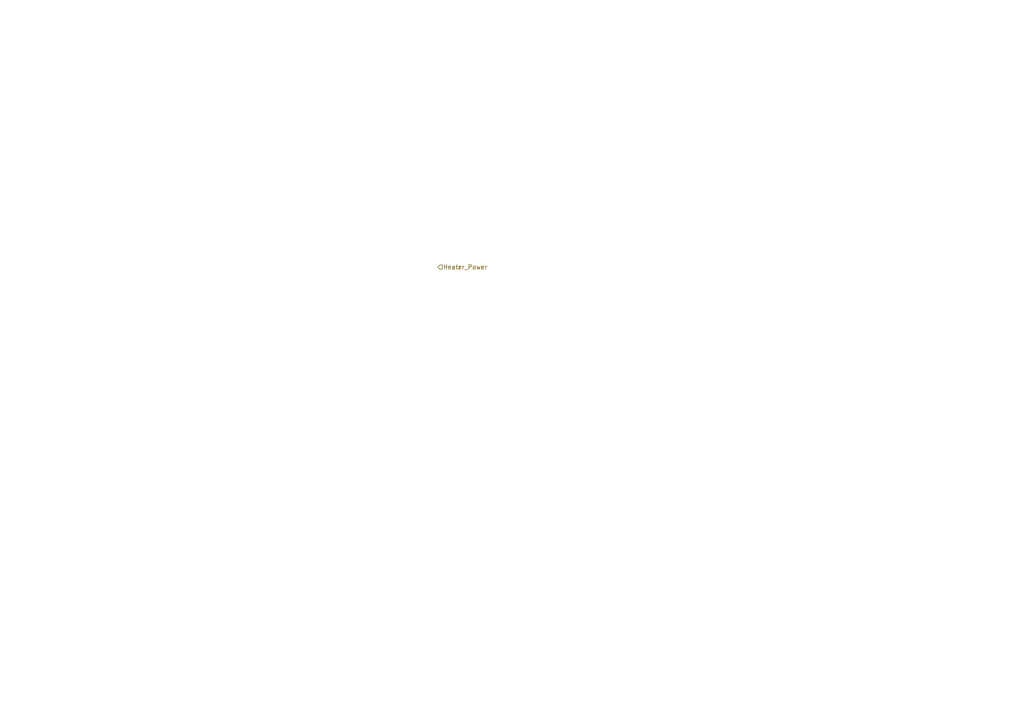
<source format=kicad_sch>
(kicad_sch (version 20211123) (generator eeschema)

  (uuid ab0b3acb-e589-4996-9f1f-a1a1c7cf22c9)

  (paper "A4")

  (lib_symbols
  )


  (hierarchical_label "Heater_Power" (shape input) (at 127 77.47 0)
    (effects (font (size 1.27 1.27)) (justify left))
    (uuid 67e64a37-405a-470b-afef-fbd40d24d540)
  )
)

</source>
